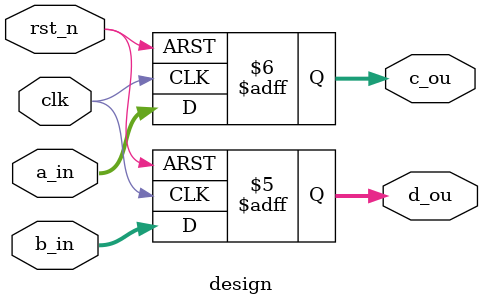
<source format=v>


//--------------------------------------------------------------------------
// Include File
//--------------------------------------------------------------------------

//--------------------------------------------------------------------------
// Module
//--------------------------------------------------------------------------
module design
//--------------------------------------------------------------------------
// Ports
//--------------------------------------------------------------------------
(
    // inputs
    input wire       clk,
    input wire       rst_n,
    input wire [4:0] a_in,
    input wire [4:0] b_in,

    // outputs
    output reg [4:0] c_ou,
    output reg [4:0] d_ou
);

//--------------------------------------------------------------------------
// Design: assertion basic test
//--------------------------------------------------------------------------
always @(posedge clk or negedge rst_n) begin
    if (!rst_n) begin
        c_ou <= 5'b0000;
    end else begin
        c_ou <= a_in;
    end
end

//--------------------------------------------------------------------------
// Design: assertion basic test
//--------------------------------------------------------------------------
always @(posedge clk or negedge rst_n) begin
    if (!rst_n) begin
        d_ou <= 5'b00000;
    end else begin
        d_ou <= b_in;
    end
end

endmodule
//--------------------------------------------------------------------------

</source>
